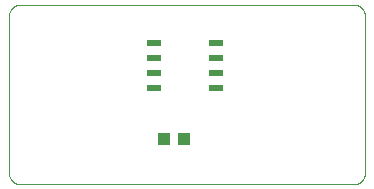
<source format=gtp>
G75*
%MOIN*%
%OFA0B0*%
%FSLAX25Y25*%
%IPPOS*%
%LPD*%
%AMOC8*
5,1,8,0,0,1.08239X$1,22.5*
%
%ADD10C,0.00000*%
%ADD11R,0.04921X0.02362*%
%ADD12R,0.04331X0.03937*%
D10*
X0005892Y0003769D02*
X0116719Y0003769D01*
X0116843Y0003771D01*
X0116966Y0003777D01*
X0117090Y0003786D01*
X0117212Y0003800D01*
X0117335Y0003817D01*
X0117457Y0003839D01*
X0117578Y0003864D01*
X0117698Y0003893D01*
X0117817Y0003925D01*
X0117936Y0003962D01*
X0118053Y0004002D01*
X0118168Y0004045D01*
X0118283Y0004093D01*
X0118395Y0004144D01*
X0118506Y0004198D01*
X0118616Y0004256D01*
X0118723Y0004317D01*
X0118829Y0004382D01*
X0118932Y0004450D01*
X0119033Y0004521D01*
X0119132Y0004595D01*
X0119229Y0004672D01*
X0119323Y0004753D01*
X0119414Y0004836D01*
X0119503Y0004922D01*
X0119589Y0005011D01*
X0119672Y0005102D01*
X0119753Y0005196D01*
X0119830Y0005293D01*
X0119904Y0005392D01*
X0119975Y0005493D01*
X0120043Y0005596D01*
X0120108Y0005702D01*
X0120169Y0005809D01*
X0120227Y0005919D01*
X0120281Y0006030D01*
X0120332Y0006142D01*
X0120380Y0006257D01*
X0120423Y0006372D01*
X0120463Y0006489D01*
X0120500Y0006608D01*
X0120532Y0006727D01*
X0120561Y0006847D01*
X0120586Y0006968D01*
X0120608Y0007090D01*
X0120625Y0007213D01*
X0120639Y0007335D01*
X0120648Y0007459D01*
X0120654Y0007582D01*
X0120656Y0007706D01*
X0120656Y0059792D01*
X0120654Y0059916D01*
X0120648Y0060039D01*
X0120639Y0060163D01*
X0120625Y0060285D01*
X0120608Y0060408D01*
X0120586Y0060530D01*
X0120561Y0060651D01*
X0120532Y0060771D01*
X0120500Y0060890D01*
X0120463Y0061009D01*
X0120423Y0061126D01*
X0120380Y0061241D01*
X0120332Y0061356D01*
X0120281Y0061468D01*
X0120227Y0061579D01*
X0120169Y0061689D01*
X0120108Y0061796D01*
X0120043Y0061902D01*
X0119975Y0062005D01*
X0119904Y0062106D01*
X0119830Y0062205D01*
X0119753Y0062302D01*
X0119672Y0062396D01*
X0119589Y0062487D01*
X0119503Y0062576D01*
X0119414Y0062662D01*
X0119323Y0062745D01*
X0119229Y0062826D01*
X0119132Y0062903D01*
X0119033Y0062977D01*
X0118932Y0063048D01*
X0118829Y0063116D01*
X0118723Y0063181D01*
X0118616Y0063242D01*
X0118506Y0063300D01*
X0118395Y0063354D01*
X0118283Y0063405D01*
X0118168Y0063453D01*
X0118053Y0063496D01*
X0117936Y0063536D01*
X0117817Y0063573D01*
X0117698Y0063605D01*
X0117578Y0063634D01*
X0117457Y0063659D01*
X0117335Y0063681D01*
X0117212Y0063698D01*
X0117090Y0063712D01*
X0116966Y0063721D01*
X0116843Y0063727D01*
X0116719Y0063729D01*
X0005892Y0063729D01*
X0005768Y0063727D01*
X0005645Y0063721D01*
X0005521Y0063712D01*
X0005399Y0063698D01*
X0005276Y0063681D01*
X0005154Y0063659D01*
X0005033Y0063634D01*
X0004913Y0063605D01*
X0004794Y0063573D01*
X0004675Y0063536D01*
X0004558Y0063496D01*
X0004443Y0063453D01*
X0004328Y0063405D01*
X0004216Y0063354D01*
X0004105Y0063300D01*
X0003995Y0063242D01*
X0003888Y0063181D01*
X0003782Y0063116D01*
X0003679Y0063048D01*
X0003578Y0062977D01*
X0003479Y0062903D01*
X0003382Y0062826D01*
X0003288Y0062745D01*
X0003197Y0062662D01*
X0003108Y0062576D01*
X0003022Y0062487D01*
X0002939Y0062396D01*
X0002858Y0062302D01*
X0002781Y0062205D01*
X0002707Y0062106D01*
X0002636Y0062005D01*
X0002568Y0061902D01*
X0002503Y0061796D01*
X0002442Y0061689D01*
X0002384Y0061579D01*
X0002330Y0061468D01*
X0002279Y0061356D01*
X0002231Y0061241D01*
X0002188Y0061126D01*
X0002148Y0061009D01*
X0002111Y0060890D01*
X0002079Y0060771D01*
X0002050Y0060651D01*
X0002025Y0060530D01*
X0002003Y0060408D01*
X0001986Y0060285D01*
X0001972Y0060163D01*
X0001963Y0060039D01*
X0001957Y0059916D01*
X0001955Y0059792D01*
X0001955Y0007706D01*
X0001957Y0007582D01*
X0001963Y0007459D01*
X0001972Y0007335D01*
X0001986Y0007213D01*
X0002003Y0007090D01*
X0002025Y0006968D01*
X0002050Y0006847D01*
X0002079Y0006727D01*
X0002111Y0006608D01*
X0002148Y0006489D01*
X0002188Y0006372D01*
X0002231Y0006257D01*
X0002279Y0006142D01*
X0002330Y0006030D01*
X0002384Y0005919D01*
X0002442Y0005809D01*
X0002503Y0005702D01*
X0002568Y0005596D01*
X0002636Y0005493D01*
X0002707Y0005392D01*
X0002781Y0005293D01*
X0002858Y0005196D01*
X0002939Y0005102D01*
X0003022Y0005011D01*
X0003108Y0004922D01*
X0003197Y0004836D01*
X0003288Y0004753D01*
X0003382Y0004672D01*
X0003479Y0004595D01*
X0003578Y0004521D01*
X0003679Y0004450D01*
X0003782Y0004382D01*
X0003888Y0004317D01*
X0003995Y0004256D01*
X0004105Y0004198D01*
X0004216Y0004144D01*
X0004328Y0004093D01*
X0004443Y0004045D01*
X0004558Y0004002D01*
X0004675Y0003962D01*
X0004794Y0003925D01*
X0004913Y0003893D01*
X0005033Y0003864D01*
X0005154Y0003839D01*
X0005276Y0003817D01*
X0005399Y0003800D01*
X0005521Y0003786D01*
X0005645Y0003777D01*
X0005768Y0003771D01*
X0005892Y0003769D01*
D11*
X0050341Y0036052D03*
X0050341Y0041052D03*
X0050341Y0046052D03*
X0050341Y0051052D03*
X0071010Y0051052D03*
X0071010Y0046052D03*
X0071010Y0041052D03*
X0071010Y0036052D03*
D12*
X0060302Y0018769D03*
X0053609Y0018769D03*
M02*

</source>
